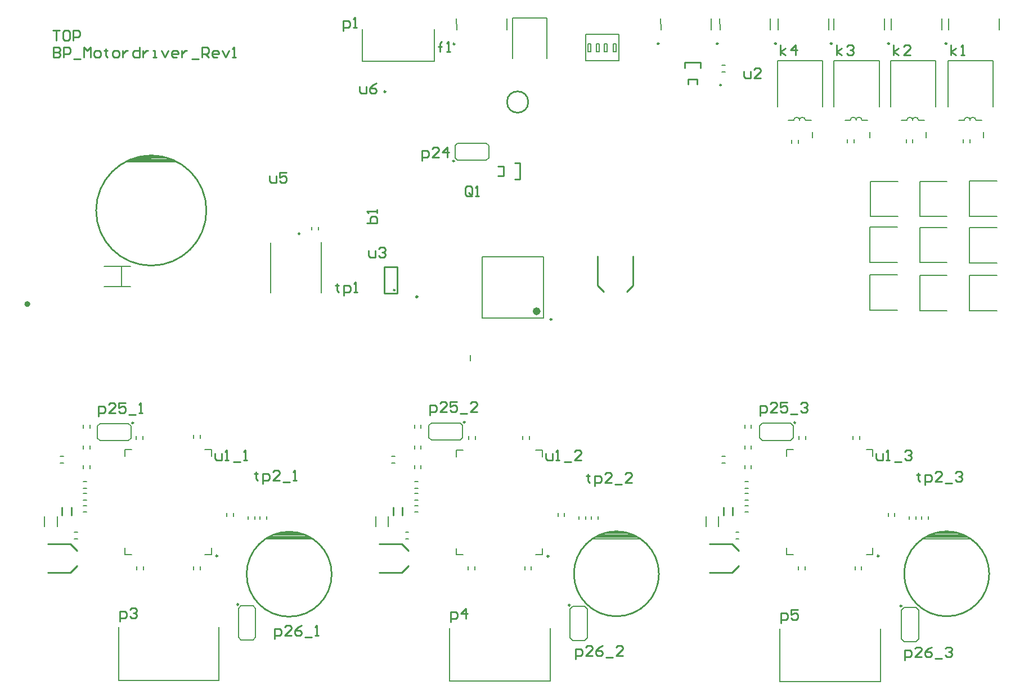
<source format=gto>
G04 Layer_Color=65535*
%FSLAX44Y44*%
%MOMM*%
G71*
G01*
G75*
%ADD10C,0.2540*%
%ADD11C,0.2000*%
%ADD12C,0.2500*%
%ADD13C,0.6000*%
%ADD14C,0.3000*%
%ADD15C,0.1500*%
D10*
X574414Y900000D02*
G03*
X574414Y900000I-1414J0D01*
G01*
X1316774Y200500D02*
G03*
X1316774Y200500I-1414J0D01*
G01*
X819704Y200120D02*
G03*
X819704Y200120I-1414J0D01*
G01*
X321314Y200500D02*
G03*
X321314Y200500I-1414J0D01*
G01*
X1079000Y910000D02*
G03*
X1079000Y910000I-1000J0D01*
G01*
X445000Y686000D02*
G03*
X445000Y686000I-1000J0D01*
G01*
X1162110Y972550D02*
G03*
X1162110Y972550I-1270J0D01*
G01*
X1245930D02*
G03*
X1245930Y972550I-1270J0D01*
G01*
X1332290D02*
G03*
X1332290Y972550I-1270J0D01*
G01*
X1418650D02*
G03*
X1418650Y972550I-1270J0D01*
G01*
X678270Y972000D02*
G03*
X678270Y972000I-1270J0D01*
G01*
X588000Y601000D02*
G03*
X588000Y601000I-1000J0D01*
G01*
X788780Y884440D02*
G03*
X788780Y884440I-16000J0D01*
G01*
X1074480Y972550D02*
G03*
X1074480Y972550I-1270J0D01*
G01*
X985580D02*
G03*
X985580Y972550I-1270J0D01*
G01*
X38162Y580000D02*
G03*
X38162Y580000I-3162J0D01*
G01*
X36414D02*
G03*
X36414Y580000I-1414J0D01*
G01*
X1482460Y173500D02*
G03*
X1482460Y173500I-64000J0D01*
G01*
X985460Y173500D02*
G03*
X985460Y173500I-64000J0D01*
G01*
X493000Y173000D02*
G03*
X493000Y173000I-64000J0D01*
G01*
X304500Y721000D02*
G03*
X304500Y721000I-83000J0D01*
G01*
X194710Y400970D02*
G03*
X194710Y400970I-1270J0D01*
G01*
X693710Y401970D02*
G03*
X693710Y401970I-1270J0D01*
G01*
X1191210Y401470D02*
G03*
X1191210Y401470I-1270J0D01*
G01*
X677630Y795530D02*
G03*
X677630Y795530I-1270J0D01*
G01*
X1350800Y124940D02*
G03*
X1350800Y124940I-1270J0D01*
G01*
X851800Y126440D02*
G03*
X851800Y126440I-1270J0D01*
G01*
X352800Y127440D02*
G03*
X352800Y127440I-1270J0D01*
G01*
X946000Y610000D02*
Y652000D01*
X893000Y609000D02*
Y652000D01*
X946000Y608000D02*
Y610000D01*
X937000Y599000D02*
X946000Y608000D01*
X893000D02*
Y609000D01*
Y608000D02*
X902000Y599000D01*
X572000Y596000D02*
X592000D01*
X572000Y636000D02*
X592000D01*
Y596000D02*
Y636000D01*
X572000Y596000D02*
Y636000D01*
X743380Y787300D02*
X751380D01*
X743380Y773300D02*
X751380D01*
X768380Y768300D02*
X776380Y768300D01*
X768380Y792300D02*
X776380Y792300D01*
X1029000Y911000D02*
Y919000D01*
X1043000Y911000D02*
Y919000D01*
X1048000Y936000D02*
Y944000D01*
X1024000Y936000D02*
Y944000D01*
X87000Y261500D02*
X87000Y273500D01*
X101000D02*
X101000Y261500D01*
X100000Y218500D02*
X110000Y208500D01*
X66000Y218500D02*
X100000Y218500D01*
Y175500D02*
X110000Y185500D01*
X66000Y175500D02*
X100000Y175500D01*
X585460Y261500D02*
Y273500D01*
X599460D02*
X599460Y261500D01*
X598460Y218500D02*
X608460Y208500D01*
X564460Y218500D02*
X598460Y218500D01*
Y175500D02*
X608460Y185500D01*
X564460Y175500D02*
X598460D01*
X1082460Y261500D02*
X1082460Y273500D01*
X1096460D02*
X1096460Y261500D01*
X1095460Y218500D02*
X1105460Y208500D01*
X1061460Y218500D02*
X1095460D01*
Y175500D02*
X1105460Y185500D01*
X1061460Y175500D02*
X1095460Y175500D01*
X535000Y908157D02*
Y900539D01*
X537539Y898000D01*
X545157D01*
Y908157D01*
X560392Y913235D02*
X555313Y910696D01*
X550235Y905618D01*
Y900539D01*
X552774Y898000D01*
X557853D01*
X560392Y900539D01*
Y903078D01*
X557853Y905618D01*
X550235D01*
X546265Y702000D02*
X561500D01*
Y709617D01*
X558961Y712157D01*
X556422D01*
X553882D01*
X551343Y709617D01*
Y702000D01*
X561500Y717235D02*
Y722313D01*
Y719774D01*
X546265D01*
X548804Y717235D01*
X656039Y960000D02*
Y972696D01*
Y967617D01*
X653500D01*
X658578D01*
X656039D01*
Y972696D01*
X658578Y975235D01*
X666196Y960000D02*
X671274D01*
X668735D01*
Y975235D01*
X666196Y972696D01*
X704157Y745539D02*
Y755696D01*
X701618Y758235D01*
X696539D01*
X694000Y755696D01*
Y745539D01*
X696539Y743000D01*
X701618D01*
X699078Y748078D02*
X704157Y743000D01*
X701618D02*
X704157Y745539D01*
X709235Y743000D02*
X714313D01*
X711774D01*
Y758235D01*
X709235Y755696D01*
X317070Y355037D02*
Y347419D01*
X319609Y344880D01*
X327227D01*
Y355037D01*
X332305Y344880D02*
X337383D01*
X334844D01*
Y360115D01*
X332305Y357576D01*
X345001Y342341D02*
X355158D01*
X360236Y344880D02*
X365314D01*
X362775D01*
Y360115D01*
X360236Y357576D01*
X815460Y354657D02*
Y347039D01*
X817999Y344500D01*
X825617D01*
Y354657D01*
X830695Y344500D02*
X835773D01*
X833234D01*
Y359735D01*
X830695Y357196D01*
X843391Y341961D02*
X853548D01*
X868783Y344500D02*
X858626D01*
X868783Y354657D01*
Y357196D01*
X866244Y359735D01*
X861165D01*
X858626Y357196D01*
X1312530Y355037D02*
Y347419D01*
X1315069Y344880D01*
X1322687D01*
Y355037D01*
X1327765Y344880D02*
X1332843D01*
X1330304D01*
Y360115D01*
X1327765Y357576D01*
X1340461Y342341D02*
X1350618D01*
X1355696Y357576D02*
X1358235Y360115D01*
X1363313D01*
X1365853Y357576D01*
Y355037D01*
X1363313Y352498D01*
X1360774D01*
X1363313D01*
X1365853Y349958D01*
Y347419D01*
X1363313Y344880D01*
X1358235D01*
X1355696Y347419D01*
X548370Y660745D02*
Y653127D01*
X550909Y650588D01*
X558527D01*
Y660745D01*
X563605Y663284D02*
X566144Y665823D01*
X571223D01*
X573762Y663284D01*
Y660745D01*
X571223Y658205D01*
X568683D01*
X571223D01*
X573762Y655666D01*
Y653127D01*
X571223Y650588D01*
X566144D01*
X563605Y653127D01*
X399500Y773157D02*
Y765539D01*
X402039Y763000D01*
X409657D01*
Y773157D01*
X424892Y778235D02*
X414735D01*
Y770618D01*
X419813Y773157D01*
X422353D01*
X424892Y770618D01*
Y765539D01*
X422353Y763000D01*
X417274D01*
X414735Y765539D01*
X1424538Y955620D02*
Y970855D01*
Y960698D02*
X1432156Y965777D01*
X1424538Y960698D02*
X1432156Y955620D01*
X1439773D02*
X1444852D01*
X1442312D01*
Y970855D01*
X1439773Y968316D01*
X1338178Y955620D02*
Y970855D01*
Y960698D02*
X1345796Y965777D01*
X1338178Y960698D02*
X1345796Y955620D01*
X1363570D02*
X1353413D01*
X1363570Y965777D01*
Y968316D01*
X1361031Y970855D01*
X1355952D01*
X1353413Y968316D01*
X1253088Y955620D02*
Y970855D01*
Y960698D02*
X1260706Y965777D01*
X1253088Y960698D02*
X1260706Y955620D01*
X1268323Y968316D02*
X1270862Y970855D01*
X1275941D01*
X1278480Y968316D01*
Y965777D01*
X1275941Y963238D01*
X1273401D01*
X1275941D01*
X1278480Y960698D01*
Y958159D01*
X1275941Y955620D01*
X1270862D01*
X1268323Y958159D01*
X1167998Y955620D02*
Y970855D01*
Y960698D02*
X1175616Y965777D01*
X1167998Y960698D02*
X1175616Y955620D01*
X1190851D02*
Y970855D01*
X1183233Y963238D01*
X1193390D01*
X173978Y101672D02*
Y116907D01*
X181595D01*
X184135Y114368D01*
Y109289D01*
X181595Y106750D01*
X173978D01*
X189213Y119446D02*
X191752Y121985D01*
X196831D01*
X199370Y119446D01*
Y116907D01*
X196831Y114368D01*
X194291D01*
X196831D01*
X199370Y111828D01*
Y109289D01*
X196831Y106750D01*
X191752D01*
X189213Y109289D01*
X671980Y100674D02*
Y115909D01*
X679597D01*
X682137Y113370D01*
Y108291D01*
X679597Y105752D01*
X671980D01*
X694833D02*
Y120987D01*
X687215Y113370D01*
X697372D01*
X1169030Y99500D02*
Y114735D01*
X1176647D01*
X1179187Y112196D01*
Y107117D01*
X1176647Y104578D01*
X1169030D01*
X1194422Y119813D02*
X1184265D01*
Y112196D01*
X1189343Y114735D01*
X1191883D01*
X1194422Y112196D01*
Y107117D01*
X1191883Y104578D01*
X1186804D01*
X1184265Y107117D01*
X379231Y326982D02*
Y324443D01*
X376692D01*
X381770D01*
X379231D01*
Y316825D01*
X381770Y314286D01*
X389388Y309208D02*
Y324443D01*
X397005D01*
X399544Y321904D01*
Y316825D01*
X397005Y314286D01*
X389388D01*
X414779D02*
X404623D01*
X414779Y324443D01*
Y326982D01*
X412240Y329521D01*
X407162D01*
X404623Y326982D01*
X419858Y311747D02*
X430014D01*
X435093Y314286D02*
X440171D01*
X437632D01*
Y329521D01*
X435093Y326982D01*
X878571Y323696D02*
Y321157D01*
X876032D01*
X881111D01*
X878571D01*
Y313539D01*
X881111Y311000D01*
X888728Y305922D02*
Y321157D01*
X896346D01*
X898885Y318618D01*
Y313539D01*
X896346Y311000D01*
X888728D01*
X914120D02*
X903963D01*
X914120Y321157D01*
Y323696D01*
X911581Y326235D01*
X906502D01*
X903963Y323696D01*
X919198Y308461D02*
X929355D01*
X944590Y311000D02*
X934433D01*
X944590Y321157D01*
Y323696D01*
X942051Y326235D01*
X936973D01*
X934433Y323696D01*
X1375347Y325397D02*
Y322858D01*
X1372808D01*
X1377887D01*
X1375347D01*
Y315240D01*
X1377887Y312701D01*
X1385504Y307623D02*
Y322858D01*
X1393122D01*
X1395661Y320319D01*
Y315240D01*
X1393122Y312701D01*
X1385504D01*
X1410896D02*
X1400739D01*
X1410896Y322858D01*
Y325397D01*
X1408357Y327936D01*
X1403278D01*
X1400739Y325397D01*
X1415974Y310162D02*
X1426131D01*
X1431209Y325397D02*
X1433748Y327936D01*
X1438827D01*
X1441366Y325397D01*
Y322858D01*
X1438827Y320319D01*
X1436288D01*
X1438827D01*
X1441366Y317779D01*
Y315240D01*
X1438827Y312701D01*
X1433748D01*
X1431209Y315240D01*
X500825Y610888D02*
Y608348D01*
X498286D01*
X503364D01*
X500825D01*
Y600731D01*
X503364Y598192D01*
X510982Y593113D02*
Y608348D01*
X518600D01*
X521139Y605809D01*
Y600731D01*
X518600Y598192D01*
X510982D01*
X526217D02*
X531295D01*
X528756D01*
Y613427D01*
X526217Y610888D01*
X1113500Y930657D02*
Y923039D01*
X1116039Y920500D01*
X1123657D01*
Y930657D01*
X1138892Y920500D02*
X1128735D01*
X1138892Y930657D01*
Y933196D01*
X1136353Y935735D01*
X1131274D01*
X1128735Y933196D01*
X510000Y991422D02*
Y1006657D01*
X517617D01*
X520157Y1004118D01*
Y999039D01*
X517617Y996500D01*
X510000D01*
X525235D02*
X530313D01*
X527774D01*
Y1011735D01*
X525235Y1009196D01*
X629000Y796422D02*
Y811657D01*
X636618D01*
X639157Y809118D01*
Y804039D01*
X636618Y801500D01*
X629000D01*
X654392D02*
X644235D01*
X654392Y811657D01*
Y814196D01*
X651853Y816735D01*
X646774D01*
X644235Y814196D01*
X667088Y801500D02*
Y816735D01*
X659470Y809118D01*
X669627D01*
X141748Y411120D02*
Y426355D01*
X149366D01*
X151905Y423816D01*
Y418738D01*
X149366Y416198D01*
X141748D01*
X167140D02*
X156983D01*
X167140Y426355D01*
Y428894D01*
X164601Y431433D01*
X159522D01*
X156983Y428894D01*
X182375Y431433D02*
X172218D01*
Y423816D01*
X177297Y426355D01*
X179836D01*
X182375Y423816D01*
Y418738D01*
X179836Y416198D01*
X174757D01*
X172218Y418738D01*
X187453Y413659D02*
X197610D01*
X202688Y416198D02*
X207767D01*
X205228D01*
Y431433D01*
X202688Y428894D01*
X640556Y412120D02*
Y427355D01*
X648174D01*
X650713Y424816D01*
Y419738D01*
X648174Y417198D01*
X640556D01*
X665948D02*
X655791D01*
X665948Y427355D01*
Y429894D01*
X663409Y432434D01*
X658330D01*
X655791Y429894D01*
X681183Y432434D02*
X671026D01*
Y424816D01*
X676105Y427355D01*
X678644D01*
X681183Y424816D01*
Y419738D01*
X678644Y417198D01*
X673565D01*
X671026Y419738D01*
X686261Y414659D02*
X696418D01*
X711653Y417198D02*
X701496D01*
X711653Y427355D01*
Y429894D01*
X709114Y432434D01*
X704035D01*
X701496Y429894D01*
X1138126Y411624D02*
Y426859D01*
X1145743D01*
X1148283Y424319D01*
Y419241D01*
X1145743Y416702D01*
X1138126D01*
X1163518D02*
X1153361D01*
X1163518Y426859D01*
Y429398D01*
X1160979Y431937D01*
X1155900D01*
X1153361Y429398D01*
X1178753Y431937D02*
X1168596D01*
Y424319D01*
X1173674Y426859D01*
X1176214D01*
X1178753Y424319D01*
Y419241D01*
X1176214Y416702D01*
X1171135D01*
X1168596Y419241D01*
X1183831Y414163D02*
X1193988D01*
X1199066Y429398D02*
X1201606Y431937D01*
X1206684D01*
X1209223Y429398D01*
Y426859D01*
X1206684Y424319D01*
X1204145D01*
X1206684D01*
X1209223Y421780D01*
Y419241D01*
X1206684Y416702D01*
X1201606D01*
X1199066Y419241D01*
X407000Y75722D02*
Y90957D01*
X414618D01*
X417157Y88418D01*
Y83339D01*
X414618Y80800D01*
X407000D01*
X432392D02*
X422235D01*
X432392Y90957D01*
Y93496D01*
X429853Y96035D01*
X424774D01*
X422235Y93496D01*
X447627Y96035D02*
X442548Y93496D01*
X437470Y88418D01*
Y83339D01*
X440009Y80800D01*
X445088D01*
X447627Y83339D01*
Y85878D01*
X445088Y88418D01*
X437470D01*
X452705Y78261D02*
X462862D01*
X467940Y80800D02*
X473019D01*
X470480D01*
Y96035D01*
X467940Y93496D01*
X860000Y45422D02*
Y60657D01*
X867617D01*
X870157Y58117D01*
Y53039D01*
X867617Y50500D01*
X860000D01*
X885392D02*
X875235D01*
X885392Y60657D01*
Y63196D01*
X882853Y65735D01*
X877774D01*
X875235Y63196D01*
X900627Y65735D02*
X895548Y63196D01*
X890470Y58117D01*
Y53039D01*
X893009Y50500D01*
X898088D01*
X900627Y53039D01*
Y55578D01*
X898088Y58117D01*
X890470D01*
X905705Y47961D02*
X915862D01*
X931097Y50500D02*
X920940D01*
X931097Y60657D01*
Y63196D01*
X928558Y65735D01*
X923480D01*
X920940Y63196D01*
X1355500Y42922D02*
Y58157D01*
X1363118D01*
X1365657Y55617D01*
Y50539D01*
X1363118Y48000D01*
X1355500D01*
X1380892D02*
X1370735D01*
X1380892Y58157D01*
Y60696D01*
X1378353Y63235D01*
X1373274D01*
X1370735Y60696D01*
X1396127Y63235D02*
X1391048Y60696D01*
X1385970Y55617D01*
Y50539D01*
X1388509Y48000D01*
X1393588D01*
X1396127Y50539D01*
Y53078D01*
X1393588Y55617D01*
X1385970D01*
X1401205Y45461D02*
X1411362D01*
X1416440Y60696D02*
X1418979Y63235D01*
X1424058D01*
X1426597Y60696D01*
Y58157D01*
X1424058Y55617D01*
X1421519D01*
X1424058D01*
X1426597Y53078D01*
Y50539D01*
X1424058Y48000D01*
X1418979D01*
X1416440Y50539D01*
X74000Y966735D02*
Y951500D01*
X81617D01*
X84157Y954039D01*
Y956578D01*
X81617Y959118D01*
X74000D01*
X81617D01*
X84157Y961657D01*
Y964196D01*
X81617Y966735D01*
X74000D01*
X89235Y951500D02*
Y966735D01*
X96853D01*
X99392Y964196D01*
Y959118D01*
X96853Y956578D01*
X89235D01*
X104470Y948961D02*
X114627D01*
X119705Y951500D02*
Y966735D01*
X124784Y961657D01*
X129862Y966735D01*
Y951500D01*
X137479D02*
X142558D01*
X145097Y954039D01*
Y959118D01*
X142558Y961657D01*
X137479D01*
X134940Y959118D01*
Y954039D01*
X137479Y951500D01*
X152715Y964196D02*
Y961657D01*
X150175D01*
X155254D01*
X152715D01*
Y954039D01*
X155254Y951500D01*
X165410D02*
X170489D01*
X173028Y954039D01*
Y959118D01*
X170489Y961657D01*
X165410D01*
X162871Y959118D01*
Y954039D01*
X165410Y951500D01*
X178106Y961657D02*
Y951500D01*
Y956578D01*
X180646Y959118D01*
X183185Y961657D01*
X185724D01*
X203498Y966735D02*
Y951500D01*
X195881D01*
X193341Y954039D01*
Y959118D01*
X195881Y961657D01*
X203498D01*
X208577D02*
Y951500D01*
Y956578D01*
X211116Y959118D01*
X213655Y961657D01*
X216194D01*
X223811Y951500D02*
X228890D01*
X226351D01*
Y961657D01*
X223811D01*
X236507D02*
X241586Y951500D01*
X246664Y961657D01*
X259360Y951500D02*
X254282D01*
X251742Y954039D01*
Y959118D01*
X254282Y961657D01*
X259360D01*
X261899Y959118D01*
Y956578D01*
X251742D01*
X266978Y961657D02*
Y951500D01*
Y956578D01*
X269517Y959118D01*
X272056Y961657D01*
X274595D01*
X282213Y948961D02*
X292369D01*
X297448Y951500D02*
Y966735D01*
X305065D01*
X307604Y964196D01*
Y959118D01*
X305065Y956578D01*
X297448D01*
X302526D02*
X307604Y951500D01*
X320300D02*
X315222D01*
X312683Y954039D01*
Y959118D01*
X315222Y961657D01*
X320300D01*
X322840Y959118D01*
Y956578D01*
X312683D01*
X327918Y961657D02*
X332996Y951500D01*
X338075Y961657D01*
X343153Y951500D02*
X348231D01*
X345692D01*
Y966735D01*
X343153Y964196D01*
X73500Y992735D02*
X83657D01*
X78578D01*
Y977500D01*
X96353Y992735D02*
X91274D01*
X88735Y990196D01*
Y980039D01*
X91274Y977500D01*
X96353D01*
X98892Y980039D01*
Y990196D01*
X96353Y992735D01*
X103970Y977500D02*
Y992735D01*
X111588D01*
X114127Y990196D01*
Y985117D01*
X111588Y982578D01*
X103970D01*
D11*
X1197360Y856970D02*
G03*
X1188360Y856970I-4500J-0D01*
G01*
X1205860D02*
G03*
X1196860Y856970I-4500J0D01*
G01*
X1290950D02*
G03*
X1281950Y856970I-4500J0D01*
G01*
X1282450D02*
G03*
X1273450Y856970I-4500J-0D01*
G01*
X1367540D02*
G03*
X1358540Y856970I-4500J-0D01*
G01*
X1376040D02*
G03*
X1367040Y856970I-4500J0D01*
G01*
X1462400D02*
G03*
X1453400Y856970I-4500J0D01*
G01*
X1453900D02*
G03*
X1444900Y856970I-4500J-0D01*
G01*
X647500Y945500D02*
Y994500D01*
X539500Y945500D02*
X647500D01*
X539500D02*
Y994500D01*
X1307360Y202500D02*
Y212500D01*
X1297360Y202500D02*
X1307360D01*
X1177360D02*
Y212500D01*
Y202500D02*
X1187360D01*
X1177360Y360500D02*
X1187360D01*
X1177360Y350500D02*
Y360500D01*
X1307360Y350500D02*
Y360500D01*
X1297360D02*
X1307360D01*
X800290Y360120D02*
X810290D01*
Y350120D02*
Y360120D01*
X680290Y350120D02*
Y360120D01*
X690290D01*
X680290Y202120D02*
X690290D01*
X680290D02*
Y212120D01*
X800290Y202120D02*
X810290D01*
Y212120D01*
X311900Y202500D02*
Y212500D01*
X301900Y202500D02*
X311900D01*
X181900D02*
Y212500D01*
Y202500D02*
X191900D01*
X181900Y360500D02*
X191900D01*
X181900Y350500D02*
Y360500D01*
X311900Y350500D02*
Y360500D01*
X301900D02*
X311900D01*
X1180360Y856970D02*
X1188360D01*
X1206360D02*
X1214360D01*
X1231760Y876970D02*
Y946970D01*
X1163760D02*
X1231760D01*
X1163760Y876970D02*
Y946970D01*
X1248850Y876970D02*
Y946970D01*
X1316850D01*
Y876970D02*
Y946970D01*
X1291450Y856970D02*
X1299450D01*
X1265450D02*
X1273450D01*
X1350540D02*
X1358540D01*
X1376540D02*
X1384540D01*
X1401940Y876970D02*
Y946970D01*
X1333940D02*
X1401940D01*
X1333940Y876970D02*
Y946970D01*
X1420300Y876970D02*
Y946970D01*
X1488300D01*
Y876970D02*
Y946970D01*
X1462900Y856970D02*
X1470900D01*
X1436900D02*
X1444900D01*
X1164740Y1010550D02*
X1164840Y993550D01*
X1240940D02*
Y1010550D01*
X1248560D02*
X1248660Y993550D01*
X1324760D02*
Y1010550D01*
X1334920D02*
X1335020Y993550D01*
X1411120D02*
Y1010550D01*
X1421280D02*
X1421380Y993550D01*
X1497480D02*
Y1010550D01*
X680900Y1010000D02*
X681000Y993000D01*
X757100D02*
Y1010000D01*
X817000Y950000D02*
Y1011000D01*
X765000D02*
X817000D01*
X765000Y950000D02*
Y1011000D01*
X811420Y559180D02*
Y651180D01*
X719420Y559180D02*
Y651180D01*
Y559180D02*
X811420D01*
X719420Y651180D02*
X811420D01*
X875560Y946550D02*
X925560D01*
Y986550D01*
X875560D02*
X925560D01*
X875560D02*
X875560Y946550D01*
X878560Y972550D02*
X882560D01*
X882560Y960550D01*
X878560D02*
X882560D01*
X878560D02*
Y972550D01*
X891560Y960550D02*
Y972550D01*
Y960550D02*
X895560D01*
Y972550D01*
X891560D02*
X895560D01*
X903560Y960550D02*
Y972550D01*
Y960550D02*
X907560D01*
X907560Y972550D02*
X907560Y960550D01*
X903560Y972550D02*
X907560D01*
X916560Y960550D02*
X920560D01*
X920560Y972550D02*
X920560Y960550D01*
X916560Y972550D02*
X920560D01*
X916560Y960550D02*
Y972550D01*
X150500Y606750D02*
X190500D01*
X150500Y637000D02*
X190500Y637000D01*
X176450Y607000D02*
Y637000D01*
X401000Y597000D02*
Y672000D01*
X477000Y597000D02*
Y673000D01*
X1077110Y1010550D02*
X1077210Y993550D01*
X1153310D02*
Y1010550D01*
X988210D02*
X988310Y993550D01*
X1064410D02*
Y1010550D01*
X80000Y260500D02*
X80000Y244500D01*
X61000D02*
Y260500D01*
X578460Y244500D02*
Y260500D01*
X559460Y244500D02*
Y260500D01*
X1075460D02*
X1075460Y244500D01*
X1056460Y244500D02*
Y260500D01*
X1167500Y91000D02*
X1167500Y11000D01*
X1318500D01*
Y91000D01*
X670500Y12000D02*
Y92000D01*
Y12000D02*
X821500D01*
Y92000D01*
X172500Y93000D02*
X172500Y13000D01*
X323500D01*
Y93000D01*
X1303000Y696000D02*
X1344000Y696000D01*
X1303000Y696000D02*
X1303000Y643000D01*
X1344000Y643000D01*
X1378000Y695600D02*
X1419000D01*
X1378000Y642600D02*
Y695600D01*
Y642600D02*
X1419000D01*
X1453000Y695000D02*
X1494000D01*
X1453000Y642000D02*
X1453000Y695000D01*
X1453000Y642000D02*
X1494000Y642000D01*
X1378000Y765000D02*
X1419000Y765000D01*
X1378000Y712000D02*
Y765000D01*
Y712000D02*
X1419000Y712000D01*
X1303000Y624000D02*
X1344000Y624000D01*
X1303000Y571000D02*
Y624000D01*
Y571000D02*
X1344000D01*
X1378000Y623000D02*
X1419000D01*
X1378000Y570000D02*
Y623000D01*
Y570000D02*
X1419000Y570000D01*
X1453000Y623000D02*
X1494000D01*
X1453000Y570000D02*
X1453000Y623000D01*
X1453000Y570000D02*
X1494000Y570000D01*
X1304000Y765000D02*
X1345000Y765000D01*
X1304000Y712000D02*
Y765000D01*
Y712000D02*
X1345000Y712000D01*
X1453000Y765600D02*
X1494000Y765600D01*
X1453000Y712600D02*
Y765600D01*
Y712600D02*
X1494000Y712600D01*
X1406460Y235500D02*
X1427460D01*
X1401460Y234500D02*
X1435460D01*
X1394460Y232500D02*
X1441460D01*
X1390460Y230500D02*
X1446460D01*
X1387460Y228500D02*
X1449460D01*
X1383460Y226500D02*
X1453460D01*
X886460Y226500D02*
X956460D01*
X890460Y228500D02*
X952460D01*
X893460Y230500D02*
X949460D01*
X897460Y232500D02*
X944460D01*
X904460Y234500D02*
X938460D01*
X909460Y235500D02*
X930460D01*
X417000Y235000D02*
X438000D01*
X412000Y234000D02*
X446000D01*
X405000Y232000D02*
X452000D01*
X401000Y230000D02*
X457000D01*
X398000Y228000D02*
X460000D01*
X394000Y226000D02*
X464000D01*
X183500Y794000D02*
X260500D01*
X185500Y796000D02*
X256500D01*
X192500Y797500D02*
X251500Y798018D01*
X196500Y799500D02*
X246500Y800000D01*
X203500Y801500D02*
X237500D01*
X208500Y802500D02*
X229500D01*
X140200Y378000D02*
X144200Y374000D01*
X140200Y378000D02*
Y396000D01*
X187200Y400000D02*
X191200Y396000D01*
Y378000D02*
Y396000D01*
X187200Y374000D02*
X191200Y378000D01*
X144200Y374000D02*
X187200D01*
X144200Y400000D02*
X187200D01*
X140200Y396000D02*
X144200Y400000D01*
X639200Y379000D02*
X643200Y375000D01*
X639200Y379000D02*
Y397000D01*
X686200Y401000D02*
X690200Y397000D01*
Y379000D02*
Y397000D01*
X686200Y375000D02*
X690200Y379000D01*
X643200Y375000D02*
X686200D01*
X643200Y401000D02*
X686200D01*
X639200Y397000D02*
X643200Y401000D01*
X1136700Y378500D02*
X1140700Y374500D01*
X1136700Y378500D02*
Y396500D01*
X1183700Y400500D02*
X1187700Y396500D01*
Y378500D02*
Y396500D01*
X1183700Y374500D02*
X1187700Y378500D01*
X1140700Y374500D02*
X1183700D01*
X1140700Y400500D02*
X1183700D01*
X1136700Y396500D02*
X1140700Y400500D01*
X725600Y822500D02*
X729600Y818500D01*
Y800500D02*
Y818500D01*
X678600Y800500D02*
X682600Y796500D01*
X678600Y800500D02*
Y818500D01*
X682600Y822500D01*
X725600D01*
X682600Y796500D02*
X725600D01*
X729600Y800500D01*
X1372500Y71700D02*
X1376500Y75700D01*
X1354500Y71700D02*
X1372500D01*
X1350500Y118700D02*
X1354500Y122700D01*
X1372500D01*
X1376500Y118700D01*
Y75700D02*
Y118700D01*
X1350500Y75700D02*
Y118700D01*
Y75700D02*
X1354500Y71700D01*
X873500Y73200D02*
X877500Y77200D01*
X855500Y73200D02*
X873500D01*
X851500Y120200D02*
X855500Y124200D01*
X873500D01*
X877500Y120200D01*
Y77200D02*
Y120200D01*
X851500Y77200D02*
Y120200D01*
Y77200D02*
X855500Y73200D01*
X374500Y74200D02*
X378500Y78200D01*
X356500Y74200D02*
X374500D01*
X352500Y121200D02*
X356500Y125200D01*
X374500D01*
X378500Y121200D01*
Y78200D02*
Y121200D01*
X352500Y78200D02*
Y121200D01*
Y78200D02*
X356500Y74200D01*
D12*
X824170Y556930D02*
G03*
X824170Y556930I-1250J0D01*
G01*
X751380Y773300D02*
X751380Y787300D01*
X776380Y768300D02*
X776380Y792300D01*
X1029000Y919000D02*
X1043000D01*
X1024000Y944000D02*
X1048000D01*
D13*
X804420Y569180D02*
G03*
X804420Y569180I-3000J0D01*
G01*
D14*
X622000Y591000D02*
G03*
X622000Y591000I-1000J0D01*
G01*
D15*
X1443500Y823000D02*
Y828000D01*
X1453500Y823000D02*
Y828000D01*
X1357500Y823000D02*
Y828000D01*
X1367500Y823000D02*
Y828000D01*
X1269000Y823000D02*
Y828000D01*
X1279000Y823000D02*
Y828000D01*
X1185000Y822500D02*
Y827500D01*
X1195000Y822500D02*
Y827500D01*
X463000Y691500D02*
Y696500D01*
X473000Y691500D02*
Y696500D01*
X1473500Y831000D02*
Y839000D01*
X1387500Y831000D02*
Y839000D01*
X1302500Y831000D02*
Y839000D01*
X1216500Y831000D02*
Y839000D01*
X1080000Y940000D02*
X1085000Y940000D01*
X1080000Y930000D02*
X1085000Y930000D01*
X119000Y332000D02*
Y337000D01*
X129000Y332000D02*
Y337000D01*
X209000Y376500D02*
Y381500D01*
X199000Y376500D02*
Y381500D01*
X200000Y179500D02*
Y184500D01*
X210000Y179500D02*
Y184500D01*
X295000Y382500D02*
X295000Y377500D01*
X285000D02*
Y382500D01*
Y184500D02*
X285000Y179500D01*
X295000Y179500D02*
Y184500D01*
X129000Y362000D02*
Y367000D01*
X119000Y362000D02*
Y367000D01*
X129000Y393000D02*
Y398000D01*
X119000Y393000D02*
Y398000D01*
X377000Y255500D02*
Y260500D01*
X367000Y255500D02*
Y260500D01*
X395000Y255500D02*
Y260500D01*
X385000Y255500D02*
Y260500D01*
X84500Y340500D02*
X89500D01*
X84500Y350500D02*
X89500D01*
X119500Y302500D02*
X124500D01*
X119500Y312500D02*
X124500Y312500D01*
X119500Y284500D02*
X124500D01*
X119500Y294500D02*
X124500D01*
X119500Y266500D02*
X124500Y266500D01*
X119500Y276500D02*
X124500Y276500D01*
X335000Y260500D02*
Y265500D01*
X345000Y260500D02*
Y265500D01*
X105500Y226500D02*
X110500D01*
X105500Y236500D02*
X110500D01*
X617460Y332000D02*
Y337000D01*
X627460Y332000D02*
Y337000D01*
X709460Y376500D02*
X709460Y381500D01*
X699460Y376500D02*
Y381500D01*
X698460Y179500D02*
Y184500D01*
X708460Y179500D02*
Y184500D01*
X790460Y376500D02*
Y381500D01*
X780460Y376500D02*
Y381500D01*
X783460Y179500D02*
Y184500D01*
X793460Y179500D02*
Y184500D01*
X627460Y362000D02*
Y367000D01*
X617460Y362000D02*
Y367000D01*
X627460Y393000D02*
X627460Y398000D01*
X617460Y393000D02*
Y398000D01*
X875460Y255500D02*
Y260500D01*
X865460Y255500D02*
Y260500D01*
X893460Y255500D02*
Y260500D01*
X883460Y255500D02*
Y260500D01*
X582960Y340500D02*
X587960D01*
X582960Y350500D02*
X587960D01*
X617960Y302500D02*
X622960D01*
X617960Y312500D02*
X622960D01*
X617960Y284500D02*
X622960D01*
X617960Y294500D02*
X622960D01*
X617960Y266500D02*
X622960D01*
X617960Y276500D02*
X622960D01*
X833460Y260500D02*
Y265500D01*
X843460Y260500D02*
Y265500D01*
X603960Y226500D02*
X608960Y226500D01*
X603960Y236500D02*
X608960D01*
X1114460Y332000D02*
Y337000D01*
X1124460Y332000D02*
Y337000D01*
X1206460Y376500D02*
Y381500D01*
X1196460Y376500D02*
Y381500D01*
X1195460Y179500D02*
Y184500D01*
X1205460Y179500D02*
Y184500D01*
X1287460Y376500D02*
Y381500D01*
X1277460Y376500D02*
Y381500D01*
X1280460Y179500D02*
Y184500D01*
X1290460Y179500D02*
Y184500D01*
X1124460Y367000D02*
X1124460Y362000D01*
X1114460D02*
Y367000D01*
X1124460Y393000D02*
Y398000D01*
X1114460Y393000D02*
Y398000D01*
X1372460Y255500D02*
Y260500D01*
X1362460Y255500D02*
Y260500D01*
X1390460Y255500D02*
Y260500D01*
X1380460Y255500D02*
Y260500D01*
X1079960Y340500D02*
X1084960D01*
X1079960Y350500D02*
X1084960D01*
X1114960Y302500D02*
X1119960D01*
X1114960Y312500D02*
X1119960D01*
X1114960Y284500D02*
X1119960D01*
X1114960Y294500D02*
X1119960D01*
X1114960Y266500D02*
X1119960D01*
X1114960Y276500D02*
X1119960D01*
X1330460Y260500D02*
Y265500D01*
X1340460Y260500D02*
Y265500D01*
X1100960Y226500D02*
X1105960D01*
X1100960Y236500D02*
X1105960D01*
X701500Y495000D02*
Y503000D01*
M02*

</source>
